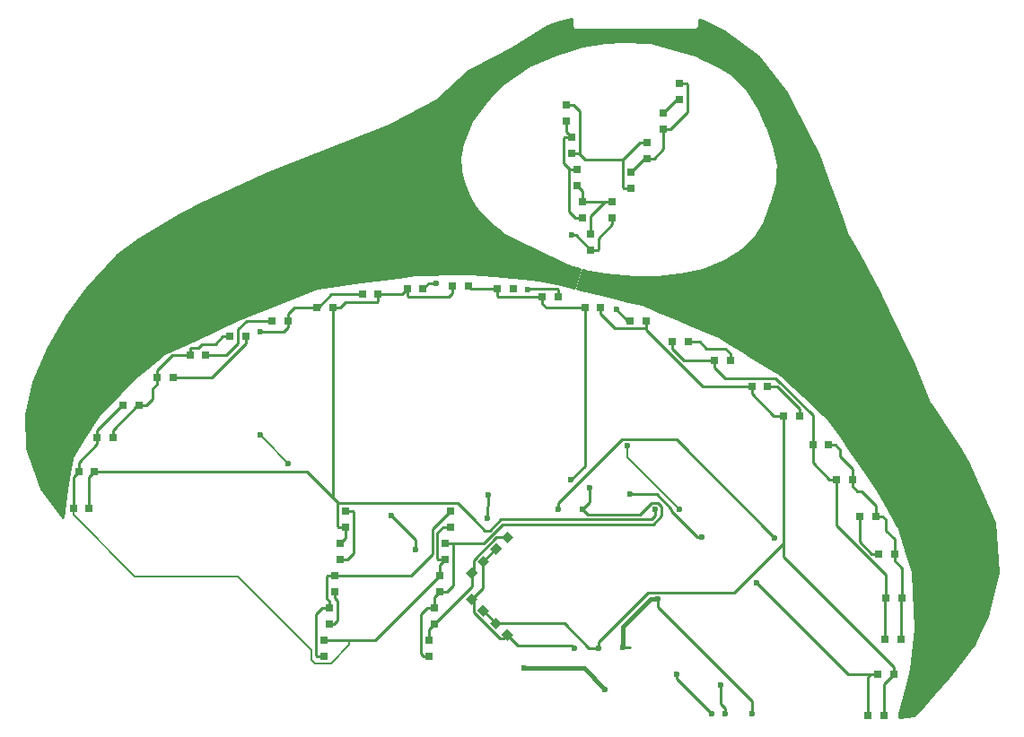
<source format=gbr>
G04 #@! TF.FileFunction,Copper,L1,Top,Signal*
%FSLAX46Y46*%
G04 Gerber Fmt 4.6, Leading zero omitted, Abs format (unit mm)*
G04 Created by KiCad (PCBNEW 4.0.5+dfsg1-4) date Sun Sep 22 01:55:02 2019*
%MOMM*%
%LPD*%
G01*
G04 APERTURE LIST*
%ADD10C,0.100000*%
%ADD11R,0.797560X0.797560*%
%ADD12C,0.600000*%
%ADD13C,0.250000*%
%ADD14C,0.400000*%
%ADD15C,0.203200*%
%ADD16C,0.254000*%
G04 APERTURE END LIST*
D10*
G36*
X140722165Y-99483795D02*
X140158205Y-98919835D01*
X140722165Y-98355875D01*
X141286125Y-98919835D01*
X140722165Y-99483795D01*
X140722165Y-99483795D01*
G37*
G36*
X141781835Y-98424125D02*
X141217875Y-97860165D01*
X141781835Y-97296205D01*
X142345795Y-97860165D01*
X141781835Y-98424125D01*
X141781835Y-98424125D01*
G37*
D11*
X126520000Y-95354700D03*
X126520000Y-96853300D03*
X125504000Y-102949300D03*
X125504000Y-101450700D03*
X124488000Y-109045300D03*
X124488000Y-107546700D03*
D10*
G36*
X138436165Y-101769795D02*
X137872205Y-101205835D01*
X138436165Y-100641875D01*
X139000125Y-101205835D01*
X138436165Y-101769795D01*
X138436165Y-101769795D01*
G37*
G36*
X139495835Y-100710125D02*
X138931875Y-100146165D01*
X139495835Y-99582205D01*
X140059795Y-100146165D01*
X139495835Y-100710125D01*
X139495835Y-100710125D01*
G37*
G36*
X137872205Y-103702165D02*
X138436165Y-103138205D01*
X139000125Y-103702165D01*
X138436165Y-104266125D01*
X137872205Y-103702165D01*
X137872205Y-103702165D01*
G37*
G36*
X138931875Y-104761835D02*
X139495835Y-104197875D01*
X140059795Y-104761835D01*
X139495835Y-105325795D01*
X138931875Y-104761835D01*
X138931875Y-104761835D01*
G37*
D11*
X124996000Y-104498700D03*
X124996000Y-105997300D03*
X136426000Y-96853300D03*
X136426000Y-95354700D03*
X102349300Y-95130000D03*
X100850700Y-95130000D03*
X148364000Y-63096700D03*
X148364000Y-64595300D03*
X148872000Y-66144700D03*
X148872000Y-67643300D03*
X132350700Y-74380000D03*
X133849300Y-74380000D03*
X149634000Y-69192700D03*
X149634000Y-70691300D03*
X110249300Y-82750000D03*
X108750700Y-82750000D03*
X111850700Y-80630000D03*
X113349300Y-80630000D03*
X115600700Y-78880000D03*
X117099300Y-78880000D03*
X119600700Y-77380000D03*
X121099300Y-77380000D03*
X156492000Y-59261300D03*
X156492000Y-57762700D03*
X149101400Y-76130000D03*
X150600000Y-76130000D03*
X154849300Y-77380000D03*
X153350700Y-77380000D03*
X125348600Y-76130000D03*
X123850000Y-76130000D03*
X161351400Y-81130000D03*
X162850000Y-81130000D03*
X178323300Y-99406000D03*
X176824700Y-99406000D03*
X175046700Y-95850000D03*
X176545300Y-95850000D03*
X179019300Y-103580000D03*
X177520700Y-103580000D03*
X135410000Y-101450700D03*
X135410000Y-102949300D03*
X134902000Y-104498700D03*
X134902000Y-105997300D03*
X126012000Y-98402700D03*
X126012000Y-99901300D03*
X135918000Y-98402700D03*
X135918000Y-99901300D03*
X134394000Y-107546700D03*
X134394000Y-109045300D03*
D10*
G36*
X140158205Y-105988165D02*
X140722165Y-105424205D01*
X141286125Y-105988165D01*
X140722165Y-106552125D01*
X140158205Y-105988165D01*
X140158205Y-105988165D01*
G37*
G36*
X141217875Y-107047835D02*
X141781835Y-106483875D01*
X142345795Y-107047835D01*
X141781835Y-107611795D01*
X141217875Y-107047835D01*
X141217875Y-107047835D01*
G37*
D11*
X147348000Y-57000700D03*
X147348000Y-58499300D03*
X147856000Y-60048700D03*
X147856000Y-61547300D03*
X101350700Y-91630000D03*
X102849300Y-91630000D03*
X153444000Y-64849300D03*
X153444000Y-63350700D03*
X103070865Y-88409835D03*
X104569465Y-88409835D03*
X154968000Y-62055300D03*
X154968000Y-60556700D03*
X107069465Y-85409835D03*
X105570865Y-85409835D03*
X138098600Y-74130000D03*
X136600000Y-74130000D03*
X151666000Y-67643300D03*
X151666000Y-66144700D03*
X158016000Y-56467300D03*
X158016000Y-54968700D03*
X142349300Y-74380000D03*
X140850700Y-74380000D03*
X145101400Y-75130000D03*
X146600000Y-75130000D03*
X128100000Y-74880000D03*
X129598600Y-74880000D03*
X158849300Y-79380000D03*
X157350700Y-79380000D03*
X166349300Y-83630000D03*
X164850700Y-83630000D03*
X167850700Y-86380000D03*
X169349300Y-86380000D03*
X172099300Y-89130000D03*
X170600700Y-89130000D03*
X172850700Y-92380000D03*
X174349300Y-92380000D03*
X175808700Y-114646000D03*
X177307300Y-114646000D03*
X176760700Y-110760000D03*
X178259300Y-110760000D03*
X177400700Y-107440000D03*
X178899300Y-107440000D03*
D12*
X164874000Y-114519000D03*
X155984000Y-103660000D03*
X152682000Y-108230000D03*
X151010000Y-112210000D03*
X143370000Y-110210000D03*
X162334000Y-114519000D03*
X161920000Y-111800000D03*
X151320000Y-73850000D03*
X104760000Y-79190000D03*
X165680000Y-74610000D03*
X158016000Y-95220000D03*
X153110795Y-89210795D03*
X172099300Y-89130000D03*
X153444000Y-64849300D03*
X143720000Y-74450000D03*
X142349300Y-74380000D03*
X126520000Y-95354700D03*
X155730000Y-95220000D03*
X126012000Y-98402700D03*
X125504000Y-102949300D03*
X153365799Y-93790000D03*
X160130000Y-97840000D03*
X165290000Y-102110000D03*
X110249300Y-82750000D03*
X148872000Y-67643300D03*
X158849300Y-79380000D03*
X124996000Y-104498700D03*
X124488000Y-109045300D03*
X154968000Y-62055300D03*
X166349300Y-83630000D03*
X135410000Y-101450700D03*
X136426000Y-96853300D03*
X138098600Y-74130000D03*
X149570000Y-93140000D03*
X147810000Y-92420000D03*
X148872000Y-95219999D03*
X149634000Y-69192700D03*
X149101400Y-76130000D03*
X152120000Y-76350000D03*
X135120000Y-73860000D03*
X134902000Y-104498700D03*
X135918000Y-98402700D03*
X121130000Y-90859806D03*
X118480000Y-88209806D03*
X167020000Y-97870000D03*
X146586000Y-95220000D03*
X139874264Y-96081800D03*
X139970000Y-93880000D03*
X115600700Y-78880000D03*
X128100000Y-74880000D03*
X175046700Y-95850000D03*
X118480000Y-78410000D03*
X138436165Y-101205835D03*
X134394000Y-107546700D03*
X172850700Y-92380000D03*
X161351400Y-81130000D03*
X147830000Y-69310000D03*
X158016000Y-56467300D03*
X140722165Y-98919835D03*
X138436165Y-103702165D03*
X148110000Y-108296000D03*
X150396000Y-108296001D03*
X154849300Y-77380000D03*
X119600700Y-77380000D03*
X140722165Y-105988165D03*
X161064000Y-114519000D03*
X157770000Y-110800001D03*
X130810000Y-95750000D03*
X133140000Y-99040000D03*
D13*
X164874000Y-114519000D02*
X164874000Y-113350000D01*
X164874000Y-113350000D02*
X155984000Y-104460000D01*
X155984000Y-104460000D02*
X155984000Y-103660000D01*
D14*
X155984000Y-103660000D02*
X155284000Y-103660000D01*
X155284000Y-103660000D02*
X152682000Y-106262000D01*
X152682000Y-106262000D02*
X152682000Y-107480000D01*
X152682000Y-107480000D02*
X152682000Y-108230000D01*
D13*
X153378000Y-108230000D02*
X152682000Y-108230000D01*
D14*
X143370000Y-110210000D02*
X149010000Y-110210000D01*
X149010000Y-110210000D02*
X151010000Y-112210000D01*
D13*
X162334000Y-114519000D02*
X162334000Y-113962225D01*
X162334000Y-113962225D02*
X161920000Y-113548225D01*
X161920000Y-113548225D02*
X161920000Y-112224264D01*
X161920000Y-112224264D02*
X161920000Y-111800000D01*
X165680000Y-74610000D02*
X152080000Y-74610000D01*
X152080000Y-74610000D02*
X151320000Y-73850000D01*
X110850000Y-74580000D02*
X106240000Y-79190000D01*
X106240000Y-79190000D02*
X104760000Y-79190000D01*
X119280000Y-74580000D02*
X110850000Y-74580000D01*
X121270000Y-72590000D02*
X119280000Y-74580000D01*
X123180000Y-72590000D02*
X121270000Y-72590000D01*
X136700000Y-59070000D02*
X123180000Y-72590000D01*
X136700000Y-57960000D02*
X136700000Y-59070000D01*
X143350000Y-51310000D02*
X136700000Y-57960000D01*
X146770000Y-51310000D02*
X143350000Y-51310000D01*
X147320000Y-50760000D02*
X146770000Y-51310000D01*
X157260000Y-50760000D02*
X147320000Y-50760000D01*
X158250000Y-51750000D02*
X157260000Y-50760000D01*
X163180000Y-51750000D02*
X158250000Y-51750000D01*
X168320000Y-56890000D02*
X163180000Y-51750000D01*
X168320000Y-70320000D02*
X168320000Y-56890000D01*
X165680000Y-72960000D02*
X168320000Y-70320000D01*
X165680000Y-74610000D02*
X165680000Y-72960000D01*
D15*
X153110795Y-89210795D02*
X153110795Y-90314795D01*
X153110795Y-90314795D02*
X158016000Y-95220000D01*
D13*
X147856000Y-61547300D02*
X148504780Y-61547300D01*
X148504780Y-61547300D02*
X149116381Y-62158901D01*
X149116381Y-62158901D02*
X152717019Y-62158901D01*
X148582981Y-61469099D02*
X148582981Y-57586901D01*
X148504780Y-61547300D02*
X148582981Y-61469099D01*
X148582981Y-57586901D02*
X147996780Y-57000700D01*
X147996780Y-57000700D02*
X147348000Y-57000700D01*
X154968000Y-60556700D02*
X154319220Y-60556700D01*
X152717019Y-64771099D02*
X152795220Y-64849300D01*
X154319220Y-60556700D02*
X152717019Y-62158901D01*
X152717019Y-62158901D02*
X152717019Y-64771099D01*
X152795220Y-64849300D02*
X153444000Y-64849300D01*
X175190000Y-93470000D02*
X174790520Y-93470000D01*
X174790520Y-93470000D02*
X174349300Y-93028780D01*
X174349300Y-93028780D02*
X174349300Y-92380000D01*
X176545300Y-94825300D02*
X175190000Y-93470000D01*
X176545300Y-95850000D02*
X176545300Y-94825300D01*
X177504080Y-96160000D02*
X177194080Y-95850000D01*
X177504080Y-96160000D02*
X177504080Y-97190780D01*
X178323300Y-99406000D02*
X178323300Y-98010000D01*
X177504080Y-97190780D02*
X178323300Y-98010000D01*
X177194080Y-95850000D02*
X176545300Y-95850000D01*
X179019300Y-103580000D02*
X179019300Y-101160000D01*
X178323300Y-99406000D02*
X178323300Y-100054780D01*
X178323300Y-100054780D02*
X179019300Y-100750780D01*
X179019300Y-100750780D02*
X179019300Y-101160000D01*
X178899300Y-107440000D02*
X178899300Y-103700000D01*
X178899300Y-103700000D02*
X179019300Y-103580000D01*
X173190000Y-90240000D02*
X174349300Y-91399300D01*
X174349300Y-91399300D02*
X174349300Y-92380000D01*
X173190000Y-89571920D02*
X173190000Y-90240000D01*
X172099300Y-89130000D02*
X172748080Y-89130000D01*
X172748080Y-89130000D02*
X173190000Y-89571920D01*
X146600000Y-75130000D02*
X146600000Y-74481220D01*
X146600000Y-74481220D02*
X146521799Y-74403019D01*
X146521799Y-74403019D02*
X143766981Y-74403019D01*
X143766981Y-74403019D02*
X143720000Y-74450000D01*
X126520000Y-95354700D02*
X127168780Y-95354700D01*
X126660780Y-99901300D02*
X126012000Y-99901300D01*
X127168780Y-95354700D02*
X127246981Y-95432901D01*
X127246981Y-95432901D02*
X127246981Y-99315099D01*
X127246981Y-99315099D02*
X126660780Y-99901300D01*
X137679622Y-95220000D02*
X137690000Y-95220000D01*
X137690000Y-95220000D02*
X138620000Y-96150000D01*
X138620000Y-96150000D02*
X138630000Y-96150000D01*
X138630000Y-96150000D02*
X139670000Y-97190000D01*
X139670000Y-97190000D02*
X140142009Y-97190000D01*
X140142009Y-97190000D02*
X141182009Y-96150000D01*
X141182009Y-96150000D02*
X155400000Y-96150000D01*
X155730000Y-95820000D02*
X155730000Y-95220000D01*
X155400000Y-96150000D02*
X155730000Y-95820000D01*
D15*
X137679622Y-95220000D02*
X137680000Y-95220000D01*
D13*
X125348600Y-94117660D02*
X122860940Y-91630000D01*
X122860940Y-91630000D02*
X102849300Y-91630000D01*
X125858659Y-94627719D02*
X125348600Y-94117660D01*
X125348600Y-94117660D02*
X125348600Y-76130000D01*
X125858659Y-94627719D02*
X125793019Y-94693359D01*
X137679622Y-95220000D02*
X137087341Y-94627719D01*
X125793019Y-96775099D02*
X125871220Y-96853300D01*
X137087341Y-94627719D02*
X125858659Y-94627719D01*
X125793019Y-94693359D02*
X125793019Y-96775099D01*
X125871220Y-96853300D02*
X126520000Y-96853300D01*
X136600000Y-74130000D02*
X136600000Y-74778780D01*
X136600000Y-74778780D02*
X136271799Y-75106981D01*
X136271799Y-75106981D02*
X132428901Y-75106981D01*
X132428901Y-75106981D02*
X132350700Y-75028780D01*
X132350700Y-75028780D02*
X132350700Y-74380000D01*
X129598600Y-74880000D02*
X131850700Y-74880000D01*
X131850700Y-74880000D02*
X132350700Y-74380000D01*
X125348600Y-76130000D02*
X125997380Y-76130000D01*
X125997380Y-76130000D02*
X126520399Y-75606981D01*
X129520399Y-75606981D02*
X129598600Y-75528780D01*
X126520399Y-75606981D02*
X129520399Y-75606981D01*
X129598600Y-75528780D02*
X129598600Y-74880000D01*
X102349300Y-95130000D02*
X102349300Y-92130000D01*
X102349300Y-92130000D02*
X102849300Y-91630000D01*
X125420000Y-105997300D02*
X124996000Y-105997300D01*
X125504000Y-102949300D02*
X125504000Y-103598080D01*
X125504000Y-103598080D02*
X125722981Y-103817061D01*
X125722981Y-103817061D02*
X125722981Y-105694319D01*
X125722981Y-105694319D02*
X125420000Y-105997300D01*
X126520000Y-96853300D02*
X126520000Y-97894700D01*
X126520000Y-97894700D02*
X126012000Y-98402700D01*
X134737809Y-99462191D02*
X132749300Y-101450700D01*
X132749300Y-101450700D02*
X130330000Y-101450700D01*
X134720700Y-97060000D02*
X136426000Y-95354700D01*
X134720700Y-97060000D02*
X134737809Y-97077109D01*
X134737809Y-97077109D02*
X134737809Y-99462191D01*
X160130000Y-97840000D02*
X159705736Y-97840000D01*
X159705736Y-97840000D02*
X157255799Y-95390063D01*
X157255799Y-95390063D02*
X157255799Y-95175126D01*
X157255799Y-95175126D02*
X155870673Y-93790000D01*
X155870673Y-93790000D02*
X153365799Y-93790000D01*
X176760700Y-110760000D02*
X173940000Y-110760000D01*
X173940000Y-110760000D02*
X165290000Y-102110000D01*
X148364000Y-63096700D02*
X147715220Y-63096700D01*
X147715220Y-63096700D02*
X147637019Y-63174901D01*
X147637019Y-63174901D02*
X147637019Y-67057099D01*
X147637019Y-67057099D02*
X148223220Y-67643300D01*
X148223220Y-67643300D02*
X148872000Y-67643300D01*
X147856000Y-60048700D02*
X147207220Y-60048700D01*
X147207220Y-60048700D02*
X147129019Y-60126901D01*
X147129019Y-60126901D02*
X147129019Y-62510499D01*
X147129019Y-62510499D02*
X147715220Y-63096700D01*
X147348000Y-58499300D02*
X147348000Y-59540700D01*
X147348000Y-59540700D02*
X147856000Y-60048700D01*
X175808700Y-114646000D02*
X175808700Y-111063220D01*
X175808700Y-111063220D02*
X176111920Y-110760000D01*
X176111920Y-110760000D02*
X176760700Y-110760000D01*
X162370000Y-80001220D02*
X162850000Y-80481220D01*
X160571220Y-80001220D02*
X159950000Y-79380000D01*
X158849300Y-79380000D02*
X159950000Y-79380000D01*
X162370000Y-80001220D02*
X160571220Y-80001220D01*
X162850000Y-80481220D02*
X162850000Y-81130000D01*
X110240000Y-82740000D02*
X113888080Y-82740000D01*
X113888080Y-82740000D02*
X117099300Y-79528780D01*
X117099300Y-79528780D02*
X117099300Y-78880000D01*
X124996000Y-104498700D02*
X124347220Y-104498700D01*
X124347220Y-104498700D02*
X123761019Y-105084901D01*
X123761019Y-105084901D02*
X123761019Y-108967099D01*
X123761019Y-108967099D02*
X123839220Y-109045300D01*
X125504000Y-101450700D02*
X124855220Y-101450700D01*
X124855220Y-101450700D02*
X124777019Y-101528901D01*
X124777019Y-103630939D02*
X124996000Y-103849920D01*
X124777019Y-101528901D02*
X124777019Y-103630939D01*
X124996000Y-103849920D02*
X124996000Y-104498700D01*
X124488000Y-109045300D02*
X123839220Y-109045300D01*
X125504000Y-101450700D02*
X130330000Y-101450700D01*
X124780219Y-101525701D02*
X124855220Y-101450700D01*
X124488000Y-107546700D02*
X126880000Y-107546700D01*
X126880000Y-107546700D02*
X129314000Y-107546700D01*
D15*
X123331209Y-109441209D02*
X123638881Y-109748881D01*
X123638881Y-109748881D02*
X125130621Y-109748881D01*
X125130621Y-109748881D02*
X126880000Y-107999502D01*
X126880000Y-107999502D02*
X126880000Y-107546700D01*
X116350000Y-101520000D02*
X123331209Y-108501209D01*
X123331209Y-108501209D02*
X123331209Y-109441209D01*
X106638720Y-101520000D02*
X116350000Y-101520000D01*
X100850700Y-95130000D02*
X100850700Y-95731980D01*
X100850700Y-95731980D02*
X106638720Y-101520000D01*
D13*
X156492000Y-59261300D02*
X157140780Y-59261300D01*
X157140780Y-59261300D02*
X158742981Y-57659099D01*
X158742981Y-57659099D02*
X158742981Y-55046901D01*
X158742981Y-55046901D02*
X158664780Y-54968700D01*
X158664780Y-54968700D02*
X158016000Y-54968700D01*
X154968000Y-62055300D02*
X155616780Y-62055300D01*
X155616780Y-62055300D02*
X156492000Y-61180080D01*
X156492000Y-61180080D02*
X156492000Y-59910080D01*
X156492000Y-59910080D02*
X156492000Y-59261300D01*
X154968000Y-62055300D02*
X154739400Y-62055300D01*
X154739400Y-62055300D02*
X153444000Y-63350700D01*
X166349300Y-83630000D02*
X167248080Y-83630000D01*
X167248080Y-83630000D02*
X169349300Y-85731220D01*
X169349300Y-85731220D02*
X169349300Y-86380000D01*
X103070865Y-88409835D02*
X103070865Y-87761055D01*
X103070865Y-87761055D02*
X105422085Y-85409835D01*
X105422085Y-85409835D02*
X105570865Y-85409835D01*
X103070865Y-88409835D02*
X103070865Y-89058615D01*
X103070865Y-89058615D02*
X101350700Y-90778780D01*
X101350700Y-90778780D02*
X101350700Y-91630000D01*
X100850700Y-95130000D02*
X100850700Y-92130000D01*
X100850700Y-92130000D02*
X101350700Y-91630000D01*
X136426000Y-96853300D02*
X135777220Y-96853300D01*
X135191019Y-99823099D02*
X135269220Y-99901300D01*
X135777220Y-96853300D02*
X135191019Y-97439501D01*
X135191019Y-97439501D02*
X135191019Y-99823099D01*
X135269220Y-99901300D02*
X135918000Y-99901300D01*
X129314000Y-107546700D02*
X135410000Y-101450700D01*
X135410000Y-101450700D02*
X135410000Y-100409300D01*
X135410000Y-100409300D02*
X135918000Y-99901300D01*
X149570000Y-93140000D02*
X149570000Y-94521999D01*
X149570000Y-94521999D02*
X148872000Y-95219999D01*
X149101400Y-76130000D02*
X149101400Y-91128600D01*
X149101400Y-91128600D02*
X147810000Y-92420000D01*
X149346790Y-95696790D02*
X148872000Y-95222000D01*
X148872000Y-95222000D02*
X148872000Y-95219999D01*
X154323472Y-95696790D02*
X149346790Y-95696790D01*
X135918000Y-98402700D02*
X139570243Y-98402700D01*
X141369733Y-96603210D02*
X155587725Y-96603210D01*
X139570243Y-98402700D02*
X141369733Y-96603210D01*
X155587725Y-96603210D02*
X156358201Y-95832734D01*
X156358201Y-95832734D02*
X156358201Y-94918463D01*
X156358201Y-94918463D02*
X156031537Y-94591799D01*
X156031537Y-94591799D02*
X155428463Y-94591799D01*
X155428463Y-94591799D02*
X154323472Y-95696790D01*
X151666000Y-66144700D02*
X151017220Y-66144700D01*
X151017220Y-66144700D02*
X149634000Y-67527920D01*
X149634000Y-67527920D02*
X149634000Y-68543920D01*
X149634000Y-68543920D02*
X149634000Y-69192700D01*
X148872000Y-66144700D02*
X149520780Y-66144700D01*
X149520780Y-66144700D02*
X151666000Y-66144700D01*
X148872000Y-66144700D02*
X148872000Y-65103300D01*
X148872000Y-65103300D02*
X148364000Y-64595300D01*
X153350700Y-77380000D02*
X153150000Y-77380000D01*
X153150000Y-77380000D02*
X152120000Y-76350000D01*
X149101400Y-76130000D02*
X145452620Y-76130000D01*
X145452620Y-76130000D02*
X145101400Y-75778780D01*
X145101400Y-75778780D02*
X145101400Y-75130000D01*
X145101400Y-75130000D02*
X140951920Y-75130000D01*
X140951920Y-75130000D02*
X140850700Y-75028780D01*
X140850700Y-75028780D02*
X140850700Y-74380000D01*
X140850700Y-74380000D02*
X138348600Y-74380000D01*
X138348600Y-74380000D02*
X138098600Y-74130000D01*
X135120000Y-73860000D02*
X134369300Y-73860000D01*
X134369300Y-73860000D02*
X133849300Y-74380000D01*
X134394000Y-109045300D02*
X133870000Y-109045300D01*
X134902000Y-104498700D02*
X134253220Y-104498700D01*
X134253220Y-104498700D02*
X133667019Y-105084901D01*
X133667019Y-105084901D02*
X133667019Y-108842319D01*
X133667019Y-108842319D02*
X133870000Y-109045300D01*
X135918000Y-98402700D02*
X136566780Y-98402700D01*
X136566780Y-98402700D02*
X136644981Y-98480901D01*
X136644981Y-98480901D02*
X136644981Y-102363099D01*
X136644981Y-102363099D02*
X136058780Y-102949300D01*
X136058780Y-102949300D02*
X135410000Y-102949300D01*
X134902000Y-104498700D02*
X134902000Y-103457300D01*
X134902000Y-103457300D02*
X135410000Y-102949300D01*
D15*
X118480000Y-88209806D02*
X118779999Y-88509805D01*
X118779999Y-88509805D02*
X121130000Y-90859806D01*
D13*
X146586000Y-95220000D02*
X146586000Y-94620000D01*
X146586000Y-94620000D02*
X152623406Y-88582594D01*
X152623406Y-88582594D02*
X157732594Y-88582594D01*
X157732594Y-88582594D02*
X167020000Y-97870000D01*
X139970000Y-94890000D02*
X139874264Y-94985736D01*
X139874264Y-94985736D02*
X139874264Y-96081800D01*
X139970000Y-93880000D02*
X139970000Y-94890000D01*
X175046700Y-95850000D02*
X175046700Y-98276780D01*
X175046700Y-98276780D02*
X176175920Y-99406000D01*
X176175920Y-99406000D02*
X176824700Y-99406000D01*
X123850000Y-76130000D02*
X123960278Y-76130000D01*
X123960278Y-76130000D02*
X125210278Y-74880000D01*
X125210278Y-74880000D02*
X127451220Y-74880000D01*
X127451220Y-74880000D02*
X128100000Y-74880000D01*
X121099300Y-77380000D02*
X121099300Y-76731220D01*
X121099300Y-76731220D02*
X121700520Y-76130000D01*
X121700520Y-76130000D02*
X123201220Y-76130000D01*
X123201220Y-76130000D02*
X123850000Y-76130000D01*
X118480000Y-78410000D02*
X120718080Y-78410000D01*
X120718080Y-78410000D02*
X121099300Y-78028780D01*
X121099300Y-78028780D02*
X121099300Y-77380000D01*
X108750700Y-82750000D02*
X108750700Y-83398780D01*
X108750700Y-83398780D02*
X108350700Y-83798780D01*
X108350700Y-83798780D02*
X108350700Y-84777380D01*
X108750700Y-82750000D02*
X108750700Y-82101220D01*
X108750700Y-82101220D02*
X110221920Y-80630000D01*
X110221920Y-80630000D02*
X111201920Y-80630000D01*
X111201920Y-80630000D02*
X111850700Y-80630000D01*
X112960000Y-79610000D02*
X112620000Y-79950000D01*
X111850700Y-80630000D02*
X111850700Y-79981220D01*
X111881920Y-79950000D02*
X112620000Y-79950000D01*
X111850700Y-79981220D02*
X111881920Y-79950000D01*
X114221920Y-79610000D02*
X112960000Y-79610000D01*
X115600700Y-78880000D02*
X114951920Y-78880000D01*
X114951920Y-78880000D02*
X114221920Y-79610000D01*
X108350700Y-84777380D02*
X107718245Y-85409835D01*
X107718245Y-85409835D02*
X107069465Y-85409835D01*
X104569465Y-88409835D02*
X104569465Y-87761055D01*
X104569465Y-87761055D02*
X106920685Y-85409835D01*
X106920685Y-85409835D02*
X107069465Y-85409835D01*
X138436165Y-101205835D02*
X138603665Y-101038335D01*
X138603665Y-101038335D02*
X138603665Y-100010213D01*
X138603665Y-100010213D02*
X140753713Y-97860165D01*
X140753713Y-97860165D02*
X141117875Y-97860165D01*
X141117875Y-97860165D02*
X141781835Y-97860165D01*
X134902000Y-105997300D02*
X138436165Y-102463135D01*
X138436165Y-102463135D02*
X138436165Y-101205835D01*
X134394000Y-107546700D02*
X134394000Y-106505300D01*
X134394000Y-106505300D02*
X134902000Y-105997300D01*
X147830000Y-69310000D02*
X148252700Y-69310000D01*
X148252700Y-69310000D02*
X149634000Y-70691300D01*
X158016000Y-56467300D02*
X157787400Y-56467300D01*
X157787400Y-56467300D02*
X156492000Y-57762700D01*
X151666000Y-67643300D02*
X151666000Y-68292080D01*
X151666000Y-68292080D02*
X150360981Y-69597099D01*
X150360981Y-69597099D02*
X150360981Y-70613099D01*
X150360981Y-70613099D02*
X150282780Y-70691300D01*
X150282780Y-70691300D02*
X149634000Y-70691300D01*
X177520700Y-103580000D02*
X177520700Y-101391715D01*
X177520700Y-101391715D02*
X172850700Y-96721715D01*
X172850700Y-96721715D02*
X172850700Y-93028780D01*
X172850700Y-93028780D02*
X172850700Y-92380000D01*
X177400700Y-107440000D02*
X177400700Y-103700000D01*
X177400700Y-103700000D02*
X177520700Y-103580000D01*
X167059015Y-82800000D02*
X162372620Y-82800000D01*
X162372620Y-82800000D02*
X161351400Y-81778780D01*
X161351400Y-81778780D02*
X161351400Y-81130000D01*
X170600700Y-89130000D02*
X170600700Y-86341685D01*
X170600700Y-86341685D02*
X167059015Y-82800000D01*
X170600700Y-89130000D02*
X170600700Y-90778780D01*
X170600700Y-90778780D02*
X172201920Y-92380000D01*
X172201920Y-92380000D02*
X172850700Y-92380000D01*
X157350700Y-79380000D02*
X157350700Y-80028780D01*
X157350700Y-80028780D02*
X158451920Y-81130000D01*
X158451920Y-81130000D02*
X160702620Y-81130000D01*
X160702620Y-81130000D02*
X161351400Y-81130000D01*
X138436165Y-103702165D02*
X138603665Y-103869665D01*
X141106403Y-107400525D02*
X141429145Y-107400525D01*
X138603665Y-103869665D02*
X138603665Y-104897787D01*
X138603665Y-104897787D02*
X141106403Y-107400525D01*
X141429145Y-107400525D02*
X141781835Y-107047835D01*
X142776000Y-108042000D02*
X147856000Y-108042000D01*
X147856000Y-108042000D02*
X148110000Y-108296000D01*
X141781835Y-107047835D02*
X142776000Y-108042000D01*
X138436165Y-103702165D02*
X139495835Y-102642495D01*
X139495835Y-102642495D02*
X139495835Y-100146165D01*
X139495835Y-100146165D02*
X140722165Y-98919835D01*
X167850700Y-98375038D02*
X163195738Y-103030000D01*
X150396000Y-108296001D02*
X150396000Y-107696001D01*
X150396000Y-107696001D02*
X155062001Y-103030000D01*
X155062001Y-103030000D02*
X163195738Y-103030000D01*
X167850700Y-86380000D02*
X167850700Y-98290000D01*
X167850700Y-98290000D02*
X167850700Y-98375038D01*
X178259300Y-110760000D02*
X178259300Y-110111220D01*
X178259300Y-110111220D02*
X167850700Y-99702620D01*
X167850700Y-99702620D02*
X167850700Y-98290000D01*
X150396000Y-108296001D02*
X149496000Y-108296001D01*
X149496000Y-108296001D02*
X147188164Y-105988165D01*
X147188164Y-105988165D02*
X141386125Y-105988165D01*
X141386125Y-105988165D02*
X140722165Y-105988165D01*
X177307300Y-114646000D02*
X177307300Y-111712000D01*
X177307300Y-111712000D02*
X178259300Y-110760000D01*
X167850700Y-86380000D02*
X166951920Y-86380000D01*
X166951920Y-86380000D02*
X164850700Y-84278780D01*
X164850700Y-84278780D02*
X164850700Y-83630000D01*
X164850700Y-83630000D02*
X160212378Y-83630000D01*
X154849300Y-78266922D02*
X154849300Y-78028780D01*
X160212378Y-83630000D02*
X154849300Y-78266922D01*
X154849300Y-78028780D02*
X154849300Y-77380000D01*
X150600000Y-76130000D02*
X150600000Y-76778780D01*
X150600000Y-76778780D02*
X151928201Y-78106981D01*
X151928201Y-78106981D02*
X154771099Y-78106981D01*
X154771099Y-78106981D02*
X154849300Y-78028780D01*
X113349300Y-80630000D02*
X115239022Y-80630000D01*
X115239022Y-80630000D02*
X116372319Y-79496703D01*
X116372319Y-79496703D02*
X116372319Y-78218659D01*
X116372319Y-78218659D02*
X117210978Y-77380000D01*
X117210978Y-77380000D02*
X118951920Y-77380000D01*
X118951920Y-77380000D02*
X119600700Y-77380000D01*
X139495835Y-104761835D02*
X140722165Y-105988165D01*
X160550000Y-114005000D02*
X161064000Y-114519000D01*
X157770000Y-110800001D02*
X157770000Y-111224265D01*
X157770000Y-111224265D02*
X160550000Y-114004265D01*
X160550000Y-114004265D02*
X160550000Y-114005000D01*
X133140000Y-99040000D02*
X133140000Y-98080000D01*
X133140000Y-98080000D02*
X130810000Y-95750000D01*
D16*
G36*
X147883255Y-49573322D02*
X147899259Y-49633779D01*
X147911456Y-49695100D01*
X147918138Y-49705100D01*
X147921216Y-49716729D01*
X147959133Y-49766453D01*
X147993873Y-49818446D01*
X148003875Y-49825129D01*
X148011168Y-49834693D01*
X148065221Y-49866119D01*
X148117219Y-49900863D01*
X148129017Y-49903210D01*
X148139415Y-49909255D01*
X148201379Y-49917604D01*
X148262715Y-49929804D01*
X159483890Y-49929804D01*
X159489306Y-49928727D01*
X159494751Y-49929649D01*
X159561877Y-49914291D01*
X159629386Y-49900863D01*
X159633976Y-49897796D01*
X159639361Y-49896564D01*
X159695503Y-49856685D01*
X159752732Y-49818446D01*
X159755799Y-49813855D01*
X159760302Y-49810657D01*
X159786983Y-49768146D01*
X159801112Y-49758474D01*
X159828355Y-49716056D01*
X159831049Y-49701237D01*
X159835149Y-49695100D01*
X159836226Y-49689683D01*
X159839162Y-49685006D01*
X159850659Y-49617125D01*
X159864090Y-49549604D01*
X159863013Y-49544188D01*
X159863935Y-49538743D01*
X159847404Y-48960300D01*
X160188832Y-49031162D01*
X162293439Y-50048883D01*
X165500183Y-52471315D01*
X168132387Y-55838549D01*
X169806822Y-59127618D01*
X169806845Y-59127662D01*
X171133342Y-61730788D01*
X172090699Y-64353547D01*
X172090932Y-64354179D01*
X172910594Y-66563269D01*
X173870289Y-69272407D01*
X173878386Y-69290591D01*
X174258386Y-69990591D01*
X174260339Y-69994059D01*
X174849956Y-71003404D01*
X175479016Y-72111747D01*
X176247447Y-73518874D01*
X176816101Y-74656181D01*
X178125569Y-77345090D01*
X180034032Y-81351862D01*
X181682857Y-85289057D01*
X181695064Y-85311536D01*
X184561775Y-89516712D01*
X185316088Y-90876461D01*
X187764856Y-96450892D01*
X188091818Y-101107612D01*
X187637360Y-102797009D01*
X187636676Y-102799666D01*
X187029529Y-105268066D01*
X186394604Y-106656965D01*
X185781208Y-107982691D01*
X185350830Y-108520664D01*
X185349860Y-108521891D01*
X184569860Y-109521891D01*
X184569479Y-109522382D01*
X183351657Y-111099561D01*
X181934347Y-112736454D01*
X181035384Y-113755279D01*
X180245979Y-114624624D01*
X180245079Y-114625626D01*
X180183914Y-114694437D01*
X180158465Y-114705344D01*
X178858997Y-114823477D01*
X178805300Y-114827952D01*
X178785413Y-114773263D01*
X178777377Y-114660754D01*
X178796194Y-114434948D01*
X178834286Y-114187350D01*
X179001984Y-113605341D01*
X179651926Y-111375539D01*
X179654358Y-111365768D01*
X179884358Y-110255768D01*
X179886135Y-110244800D01*
X180326135Y-106494800D01*
X180326767Y-106472317D01*
X180006767Y-101192317D01*
X180001665Y-101163578D01*
X179531665Y-99593578D01*
X179531293Y-99592357D01*
X179261746Y-98723815D01*
X179032170Y-97915310D01*
X179031795Y-97914015D01*
X178771795Y-97034015D01*
X178759393Y-97005486D01*
X178529984Y-96616488D01*
X177750784Y-95237904D01*
X176740902Y-93428115D01*
X176737043Y-93421657D01*
X175907043Y-92121657D01*
X175904766Y-92118216D01*
X175164766Y-91038216D01*
X175163874Y-91036930D01*
X174144723Y-89588137D01*
X173195556Y-88169382D01*
X173192838Y-88165480D01*
X172192838Y-86785480D01*
X172176200Y-86766734D01*
X171516833Y-86157319D01*
X170537422Y-85227878D01*
X170537289Y-85227752D01*
X169607289Y-84347752D01*
X169606265Y-84346794D01*
X168666265Y-83476794D01*
X168666108Y-83476649D01*
X167506108Y-82406649D01*
X167485110Y-82390960D01*
X166095573Y-81561236D01*
X164796394Y-80771736D01*
X163926975Y-80232096D01*
X163925071Y-80230937D01*
X162736167Y-79521591D01*
X161727214Y-78892244D01*
X161715622Y-78885828D01*
X161325622Y-78695828D01*
X161317976Y-78692411D01*
X160068394Y-78182581D01*
X159009212Y-77742921D01*
X157479769Y-77093158D01*
X156029931Y-76473227D01*
X156029179Y-76472908D01*
X154529179Y-75842908D01*
X154508980Y-75836351D01*
X153229908Y-75536569D01*
X151670802Y-75146792D01*
X151669638Y-75146507D01*
X149920739Y-74726771D01*
X148389491Y-74330123D01*
X148906864Y-72602624D01*
X149029198Y-72633208D01*
X149038294Y-72635131D01*
X150998294Y-72975131D01*
X151005030Y-72976115D01*
X153785030Y-73306115D01*
X153804114Y-73306933D01*
X155964114Y-73236933D01*
X155970897Y-73236532D01*
X158060897Y-73056532D01*
X158076490Y-73054207D01*
X160186490Y-72604207D01*
X160206773Y-72598073D01*
X162276773Y-71778073D01*
X162298040Y-71767236D01*
X163748040Y-70847236D01*
X163768066Y-70831506D01*
X165098066Y-69551506D01*
X165117472Y-69527667D01*
X165967472Y-68177667D01*
X165978310Y-68156170D01*
X166778310Y-66106170D01*
X166782828Y-66092286D01*
X167242828Y-64342286D01*
X167246944Y-64313771D01*
X167276930Y-63304231D01*
X167296930Y-62704231D01*
X167294566Y-62675257D01*
X167004566Y-61215257D01*
X167000195Y-61198986D01*
X166280195Y-59088986D01*
X166277273Y-59081254D01*
X165587273Y-57421254D01*
X165577696Y-57402690D01*
X164627696Y-55882690D01*
X164613896Y-55864487D01*
X163083896Y-54184487D01*
X163054248Y-54160450D01*
X161724248Y-53380450D01*
X161717268Y-53376645D01*
X159797268Y-52406645D01*
X159777595Y-52398692D01*
X157357595Y-51648692D01*
X157352951Y-51647349D01*
X155342951Y-51107349D01*
X155315597Y-51103123D01*
X152595597Y-50983123D01*
X152581552Y-50983281D01*
X151081552Y-51083281D01*
X151070134Y-51084563D01*
X148860134Y-51434563D01*
X148842092Y-51438789D01*
X146252092Y-52248789D01*
X146240292Y-52253132D01*
X144030292Y-53193132D01*
X144009844Y-53204136D01*
X141489844Y-54874136D01*
X141469075Y-54891334D01*
X139899075Y-56501334D01*
X139888580Y-56513560D01*
X138358580Y-58543560D01*
X138341275Y-58574907D01*
X137551275Y-60654907D01*
X137544753Y-60678973D01*
X137314753Y-62048973D01*
X137313141Y-62075984D01*
X137363141Y-63135984D01*
X137366075Y-63157776D01*
X137626075Y-64317776D01*
X137631818Y-64336498D01*
X138111818Y-65556498D01*
X138119493Y-65572588D01*
X138759493Y-66702588D01*
X138778321Y-66727886D01*
X140168321Y-68177886D01*
X140178613Y-68187495D01*
X141328613Y-69147495D01*
X141352616Y-69163296D01*
X142892616Y-69943296D01*
X142893929Y-69943952D01*
X144153775Y-70563876D01*
X145323593Y-71143786D01*
X145326294Y-71145085D01*
X146076049Y-71494971D01*
X147245971Y-72044934D01*
X147251154Y-72047231D01*
X147971154Y-72347231D01*
X147983809Y-72351734D01*
X148603529Y-72535975D01*
X148112002Y-74265096D01*
X146882723Y-73937288D01*
X146874907Y-73935466D01*
X144724907Y-73505466D01*
X144713124Y-73503680D01*
X143173124Y-73343680D01*
X143171973Y-73343566D01*
X140531973Y-73093566D01*
X140529212Y-73093335D01*
X138329212Y-72933335D01*
X138326041Y-72933144D01*
X137486041Y-72893144D01*
X137475437Y-72893082D01*
X133025437Y-73053082D01*
X133014667Y-73053929D01*
X131534667Y-73233929D01*
X131532587Y-73234199D01*
X127993096Y-73724129D01*
X123903679Y-74254053D01*
X123871914Y-74262456D01*
X123432508Y-74442213D01*
X121283861Y-75301672D01*
X118704903Y-76281276D01*
X118700336Y-76283113D01*
X117171728Y-76932607D01*
X117036780Y-76959450D01*
X116911432Y-77043205D01*
X116370336Y-77273113D01*
X116366532Y-77274804D01*
X113716532Y-78504804D01*
X113715924Y-78505088D01*
X111336917Y-79624620D01*
X109427858Y-80484197D01*
X109397478Y-80503465D01*
X108779556Y-81031689D01*
X106521693Y-82800015D01*
X106505517Y-82815135D01*
X105008045Y-84482320D01*
X103350743Y-86119655D01*
X103333822Y-86140321D01*
X101863822Y-88380321D01*
X101862528Y-88382333D01*
X100842528Y-90002333D01*
X100826094Y-90042139D01*
X100446094Y-91732139D01*
X100445061Y-91737212D01*
X100155061Y-93327212D01*
X100154069Y-93333555D01*
X99814931Y-95930640D01*
X97823567Y-93230023D01*
X96486125Y-89405928D01*
X96357625Y-86252733D01*
X97101115Y-83209377D01*
X98413929Y-80006907D01*
X100236248Y-76949793D01*
X102168530Y-74270494D01*
X105015372Y-71184757D01*
X106971359Y-69725213D01*
X110772145Y-67390872D01*
X112924893Y-66294565D01*
X119169430Y-63487021D01*
X130586738Y-58968087D01*
X130599374Y-58962266D01*
X134929374Y-56672266D01*
X134955429Y-56653972D01*
X138133028Y-53765246D01*
X142158134Y-51692914D01*
X142167253Y-51687732D01*
X145535112Y-49585311D01*
X146529219Y-49240819D01*
X147837674Y-48844061D01*
X147883255Y-49573322D01*
X147883255Y-49573322D01*
G37*
X147883255Y-49573322D02*
X147899259Y-49633779D01*
X147911456Y-49695100D01*
X147918138Y-49705100D01*
X147921216Y-49716729D01*
X147959133Y-49766453D01*
X147993873Y-49818446D01*
X148003875Y-49825129D01*
X148011168Y-49834693D01*
X148065221Y-49866119D01*
X148117219Y-49900863D01*
X148129017Y-49903210D01*
X148139415Y-49909255D01*
X148201379Y-49917604D01*
X148262715Y-49929804D01*
X159483890Y-49929804D01*
X159489306Y-49928727D01*
X159494751Y-49929649D01*
X159561877Y-49914291D01*
X159629386Y-49900863D01*
X159633976Y-49897796D01*
X159639361Y-49896564D01*
X159695503Y-49856685D01*
X159752732Y-49818446D01*
X159755799Y-49813855D01*
X159760302Y-49810657D01*
X159786983Y-49768146D01*
X159801112Y-49758474D01*
X159828355Y-49716056D01*
X159831049Y-49701237D01*
X159835149Y-49695100D01*
X159836226Y-49689683D01*
X159839162Y-49685006D01*
X159850659Y-49617125D01*
X159864090Y-49549604D01*
X159863013Y-49544188D01*
X159863935Y-49538743D01*
X159847404Y-48960300D01*
X160188832Y-49031162D01*
X162293439Y-50048883D01*
X165500183Y-52471315D01*
X168132387Y-55838549D01*
X169806822Y-59127618D01*
X169806845Y-59127662D01*
X171133342Y-61730788D01*
X172090699Y-64353547D01*
X172090932Y-64354179D01*
X172910594Y-66563269D01*
X173870289Y-69272407D01*
X173878386Y-69290591D01*
X174258386Y-69990591D01*
X174260339Y-69994059D01*
X174849956Y-71003404D01*
X175479016Y-72111747D01*
X176247447Y-73518874D01*
X176816101Y-74656181D01*
X178125569Y-77345090D01*
X180034032Y-81351862D01*
X181682857Y-85289057D01*
X181695064Y-85311536D01*
X184561775Y-89516712D01*
X185316088Y-90876461D01*
X187764856Y-96450892D01*
X188091818Y-101107612D01*
X187637360Y-102797009D01*
X187636676Y-102799666D01*
X187029529Y-105268066D01*
X186394604Y-106656965D01*
X185781208Y-107982691D01*
X185350830Y-108520664D01*
X185349860Y-108521891D01*
X184569860Y-109521891D01*
X184569479Y-109522382D01*
X183351657Y-111099561D01*
X181934347Y-112736454D01*
X181035384Y-113755279D01*
X180245979Y-114624624D01*
X180245079Y-114625626D01*
X180183914Y-114694437D01*
X180158465Y-114705344D01*
X178858997Y-114823477D01*
X178805300Y-114827952D01*
X178785413Y-114773263D01*
X178777377Y-114660754D01*
X178796194Y-114434948D01*
X178834286Y-114187350D01*
X179001984Y-113605341D01*
X179651926Y-111375539D01*
X179654358Y-111365768D01*
X179884358Y-110255768D01*
X179886135Y-110244800D01*
X180326135Y-106494800D01*
X180326767Y-106472317D01*
X180006767Y-101192317D01*
X180001665Y-101163578D01*
X179531665Y-99593578D01*
X179531293Y-99592357D01*
X179261746Y-98723815D01*
X179032170Y-97915310D01*
X179031795Y-97914015D01*
X178771795Y-97034015D01*
X178759393Y-97005486D01*
X178529984Y-96616488D01*
X177750784Y-95237904D01*
X176740902Y-93428115D01*
X176737043Y-93421657D01*
X175907043Y-92121657D01*
X175904766Y-92118216D01*
X175164766Y-91038216D01*
X175163874Y-91036930D01*
X174144723Y-89588137D01*
X173195556Y-88169382D01*
X173192838Y-88165480D01*
X172192838Y-86785480D01*
X172176200Y-86766734D01*
X171516833Y-86157319D01*
X170537422Y-85227878D01*
X170537289Y-85227752D01*
X169607289Y-84347752D01*
X169606265Y-84346794D01*
X168666265Y-83476794D01*
X168666108Y-83476649D01*
X167506108Y-82406649D01*
X167485110Y-82390960D01*
X166095573Y-81561236D01*
X164796394Y-80771736D01*
X163926975Y-80232096D01*
X163925071Y-80230937D01*
X162736167Y-79521591D01*
X161727214Y-78892244D01*
X161715622Y-78885828D01*
X161325622Y-78695828D01*
X161317976Y-78692411D01*
X160068394Y-78182581D01*
X159009212Y-77742921D01*
X157479769Y-77093158D01*
X156029931Y-76473227D01*
X156029179Y-76472908D01*
X154529179Y-75842908D01*
X154508980Y-75836351D01*
X153229908Y-75536569D01*
X151670802Y-75146792D01*
X151669638Y-75146507D01*
X149920739Y-74726771D01*
X148389491Y-74330123D01*
X148906864Y-72602624D01*
X149029198Y-72633208D01*
X149038294Y-72635131D01*
X150998294Y-72975131D01*
X151005030Y-72976115D01*
X153785030Y-73306115D01*
X153804114Y-73306933D01*
X155964114Y-73236933D01*
X155970897Y-73236532D01*
X158060897Y-73056532D01*
X158076490Y-73054207D01*
X160186490Y-72604207D01*
X160206773Y-72598073D01*
X162276773Y-71778073D01*
X162298040Y-71767236D01*
X163748040Y-70847236D01*
X163768066Y-70831506D01*
X165098066Y-69551506D01*
X165117472Y-69527667D01*
X165967472Y-68177667D01*
X165978310Y-68156170D01*
X166778310Y-66106170D01*
X166782828Y-66092286D01*
X167242828Y-64342286D01*
X167246944Y-64313771D01*
X167276930Y-63304231D01*
X167296930Y-62704231D01*
X167294566Y-62675257D01*
X167004566Y-61215257D01*
X167000195Y-61198986D01*
X166280195Y-59088986D01*
X166277273Y-59081254D01*
X165587273Y-57421254D01*
X165577696Y-57402690D01*
X164627696Y-55882690D01*
X164613896Y-55864487D01*
X163083896Y-54184487D01*
X163054248Y-54160450D01*
X161724248Y-53380450D01*
X161717268Y-53376645D01*
X159797268Y-52406645D01*
X159777595Y-52398692D01*
X157357595Y-51648692D01*
X157352951Y-51647349D01*
X155342951Y-51107349D01*
X155315597Y-51103123D01*
X152595597Y-50983123D01*
X152581552Y-50983281D01*
X151081552Y-51083281D01*
X151070134Y-51084563D01*
X148860134Y-51434563D01*
X148842092Y-51438789D01*
X146252092Y-52248789D01*
X146240292Y-52253132D01*
X144030292Y-53193132D01*
X144009844Y-53204136D01*
X141489844Y-54874136D01*
X141469075Y-54891334D01*
X139899075Y-56501334D01*
X139888580Y-56513560D01*
X138358580Y-58543560D01*
X138341275Y-58574907D01*
X137551275Y-60654907D01*
X137544753Y-60678973D01*
X137314753Y-62048973D01*
X137313141Y-62075984D01*
X137363141Y-63135984D01*
X137366075Y-63157776D01*
X137626075Y-64317776D01*
X137631818Y-64336498D01*
X138111818Y-65556498D01*
X138119493Y-65572588D01*
X138759493Y-66702588D01*
X138778321Y-66727886D01*
X140168321Y-68177886D01*
X140178613Y-68187495D01*
X141328613Y-69147495D01*
X141352616Y-69163296D01*
X142892616Y-69943296D01*
X142893929Y-69943952D01*
X144153775Y-70563876D01*
X145323593Y-71143786D01*
X145326294Y-71145085D01*
X146076049Y-71494971D01*
X147245971Y-72044934D01*
X147251154Y-72047231D01*
X147971154Y-72347231D01*
X147983809Y-72351734D01*
X148603529Y-72535975D01*
X148112002Y-74265096D01*
X146882723Y-73937288D01*
X146874907Y-73935466D01*
X144724907Y-73505466D01*
X144713124Y-73503680D01*
X143173124Y-73343680D01*
X143171973Y-73343566D01*
X140531973Y-73093566D01*
X140529212Y-73093335D01*
X138329212Y-72933335D01*
X138326041Y-72933144D01*
X137486041Y-72893144D01*
X137475437Y-72893082D01*
X133025437Y-73053082D01*
X133014667Y-73053929D01*
X131534667Y-73233929D01*
X131532587Y-73234199D01*
X127993096Y-73724129D01*
X123903679Y-74254053D01*
X123871914Y-74262456D01*
X123432508Y-74442213D01*
X121283861Y-75301672D01*
X118704903Y-76281276D01*
X118700336Y-76283113D01*
X117171728Y-76932607D01*
X117036780Y-76959450D01*
X116911432Y-77043205D01*
X116370336Y-77273113D01*
X116366532Y-77274804D01*
X113716532Y-78504804D01*
X113715924Y-78505088D01*
X111336917Y-79624620D01*
X109427858Y-80484197D01*
X109397478Y-80503465D01*
X108779556Y-81031689D01*
X106521693Y-82800015D01*
X106505517Y-82815135D01*
X105008045Y-84482320D01*
X103350743Y-86119655D01*
X103333822Y-86140321D01*
X101863822Y-88380321D01*
X101862528Y-88382333D01*
X100842528Y-90002333D01*
X100826094Y-90042139D01*
X100446094Y-91732139D01*
X100445061Y-91737212D01*
X100155061Y-93327212D01*
X100154069Y-93333555D01*
X99814931Y-95930640D01*
X97823567Y-93230023D01*
X96486125Y-89405928D01*
X96357625Y-86252733D01*
X97101115Y-83209377D01*
X98413929Y-80006907D01*
X100236248Y-76949793D01*
X102168530Y-74270494D01*
X105015372Y-71184757D01*
X106971359Y-69725213D01*
X110772145Y-67390872D01*
X112924893Y-66294565D01*
X119169430Y-63487021D01*
X130586738Y-58968087D01*
X130599374Y-58962266D01*
X134929374Y-56672266D01*
X134955429Y-56653972D01*
X138133028Y-53765246D01*
X142158134Y-51692914D01*
X142167253Y-51687732D01*
X145535112Y-49585311D01*
X146529219Y-49240819D01*
X147837674Y-48844061D01*
X147883255Y-49573322D01*
M02*

</source>
